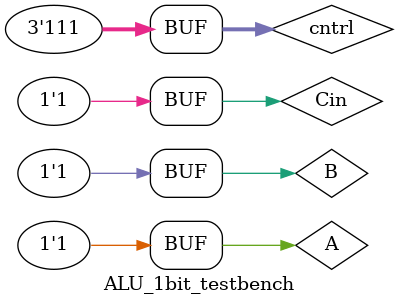
<source format=sv>
/*
Name: Veen Oung

Description: A 1-bit ALU design that takes in two 1-bit
             inputs (A and B) and computes an output
             based on the control signals that determine
             which operation to perform.

    cntrl			Operation					
    000:			result = B
    010:			result = A + B
    011:			result = A - B
    100:			result = bitwise A & B
    101:			result = bitwise A | B
    110:			result = bitwise A XOR B
*/
`timescale 1ps/1fs

module ALU_1bit(A, B, Cin, Cout, cntrl, out);
    input  logic       A, B, Cin;
    input  logic [2:0] cntrl;
    output logic       Cout, out;

    logic [7:0] res;
    logic       invB, tempB, sum;

    // assign B - 000
    assign res[0] = B;

    // add/subtract - 010/011
    not #50 not1 (invB, B);
    mux2_1 addOrSubtract (.out(tempB), .i0(B), .i1(invB), .sel(cntrl[0]));

    adder addr1 (.A(A), .B(tempB), .Cin(Cin), .Cout(Cout), .Sum(sum));

    assign res[2] = sum;
    assign res[3] = sum;

    // AND operation - 100
    and #50 andOp (res[4], A, B);

    // OR operation - 101
    or #50 orOp (res[5], A, B);

    // XOR operation - 110
    xor #50 xorOp (res[6], A, B);

    // control logic decides the actual out
    mux8_1 pickOut (.out(out),
                    .in({1'b0, res[6:2], 1'b0, res[0]}),
                    .sel(cntrl));

endmodule

module ALU_1bit_testbench();
    logic A, B, Cin;
    logic [2:0] cntrl;
    logic Cout, out;

    parameter DELAY = 4000;

    ALU_1bit dut(.A, .B, .Cin, .Cout, .cntrl, .out);

    initial begin
        A = 0; B = 0; Cin = 0; cntrl = 3'b000; #DELAY;
                                               #DELAY;
                               cntrl = 3'b001; #DELAY;
                                               #DELAY;
                               cntrl = 3'b010; #DELAY;
                                               #DELAY;
                               cntrl = 3'b011; #DELAY;
                                               #DELAY;
                               cntrl = 3'b100; #DELAY;
                                               #DELAY;
                               cntrl = 3'b101; #DELAY;
                                               #DELAY;
                               cntrl = 3'b110; #DELAY;
                                               #DELAY;
                               cntrl = 3'b111; #DELAY;
                                               #DELAY;
        A = 0; B = 1; Cin = 0; cntrl = 3'b000; #DELAY;
                                               #DELAY;
                               cntrl = 3'b001; #DELAY;
                                               #DELAY;
                               cntrl = 3'b010; #DELAY;
                                               #DELAY;
                               cntrl = 3'b011; #DELAY;
                                               #DELAY;
                               cntrl = 3'b100; #DELAY;
                                               #DELAY;
                               cntrl = 3'b101; #DELAY;
                                               #DELAY;
                               cntrl = 3'b110; #DELAY;
                                               #DELAY;
                               cntrl = 3'b111; #DELAY;
                                               #DELAY;
        A = 1; B = 1; Cin = 0; cntrl = 3'b000; #DELAY;
                                               #DELAY;
                               cntrl = 3'b001; #DELAY;
                                               #DELAY;
                               cntrl = 3'b010; #DELAY;
                                               #DELAY;
                               cntrl = 3'b011; #DELAY;
                                               #DELAY;
                               cntrl = 3'b100; #DELAY;
                                               #DELAY;
                               cntrl = 3'b101; #DELAY;
                                               #DELAY;
                               cntrl = 3'b110; #DELAY;
                                               #DELAY;
                               cntrl = 3'b111; #DELAY;
                                               #DELAY;
        A = 1; B = 1; Cin = 1; cntrl = 3'b000; #DELAY;
                                               #DELAY;
                               cntrl = 3'b001; #DELAY;
                                               #DELAY;
                               cntrl = 3'b010; #DELAY;
                                               #DELAY;
                               cntrl = 3'b011; #DELAY;
                                               #DELAY;
                               cntrl = 3'b100; #DELAY;
                                               #DELAY;
                               cntrl = 3'b101; #DELAY;
                                               #DELAY;
                               cntrl = 3'b110; #DELAY;
                                               #DELAY;
                               cntrl = 3'b111; #DELAY;
    end
endmodule
</source>
